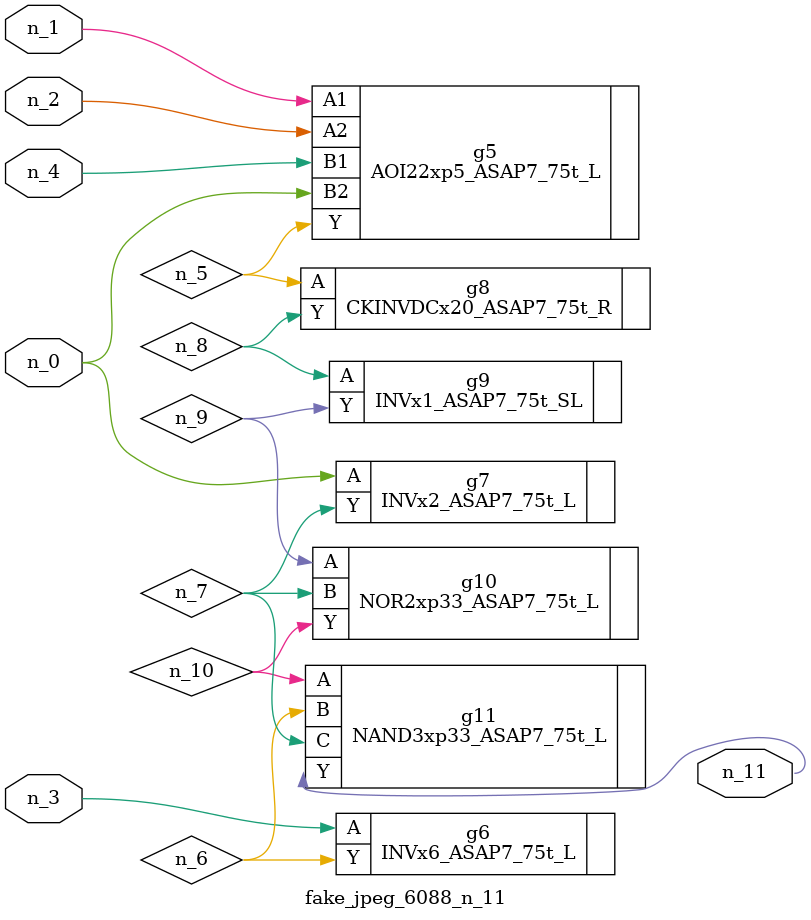
<source format=v>
module fake_jpeg_6088_n_11 (n_3, n_2, n_1, n_0, n_4, n_11);

input n_3;
input n_2;
input n_1;
input n_0;
input n_4;

output n_11;

wire n_10;
wire n_8;
wire n_9;
wire n_6;
wire n_5;
wire n_7;

AOI22xp5_ASAP7_75t_L g5 ( 
.A1(n_1),
.A2(n_2),
.B1(n_4),
.B2(n_0),
.Y(n_5)
);

INVx6_ASAP7_75t_L g6 ( 
.A(n_3),
.Y(n_6)
);

INVx2_ASAP7_75t_L g7 ( 
.A(n_0),
.Y(n_7)
);

CKINVDCx20_ASAP7_75t_R g8 ( 
.A(n_5),
.Y(n_8)
);

INVx1_ASAP7_75t_SL g9 ( 
.A(n_8),
.Y(n_9)
);

NOR2xp33_ASAP7_75t_L g10 ( 
.A(n_9),
.B(n_7),
.Y(n_10)
);

NAND3xp33_ASAP7_75t_L g11 ( 
.A(n_10),
.B(n_6),
.C(n_7),
.Y(n_11)
);


endmodule
</source>
